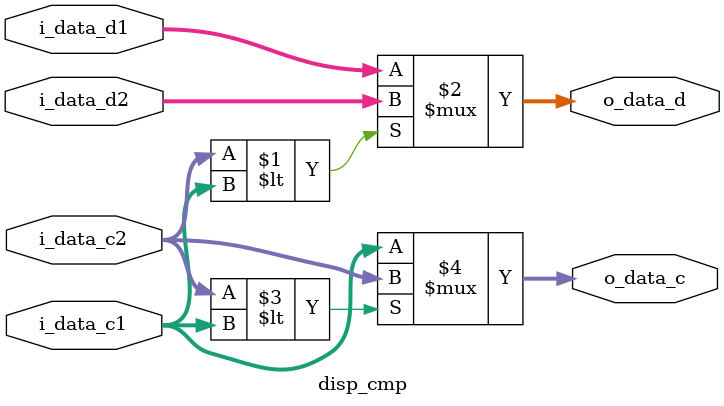
<source format=v>
module disp_cmp #(
    parameter integer WC = 3,
    parameter integer WH = 7,
    parameter integer D  = 64
) (
    i_data_c1,
    i_data_d1,
    i_data_c2,
    i_data_d2,
    o_data_c,
    o_data_d
);

  localparam integer DBIT = $clog2(D);
  localparam integer CBIT = $clog2(((WC ** 2) / 2) * (WH ** 2));

  input [CBIT-1:0] i_data_c1;
  input [DBIT-1:0] i_data_d1;
  input [CBIT-1:0] i_data_c2;
  input [DBIT-1:0] i_data_d2;

  output [CBIT-1:0] o_data_c;
  output [DBIT-1:0] o_data_d;


  assign o_data_d = i_data_c2 < i_data_c1 ? i_data_d2 : i_data_d1;
  assign o_data_c = i_data_c2 < i_data_c1 ? i_data_c2 : i_data_c1;

endmodule

</source>
